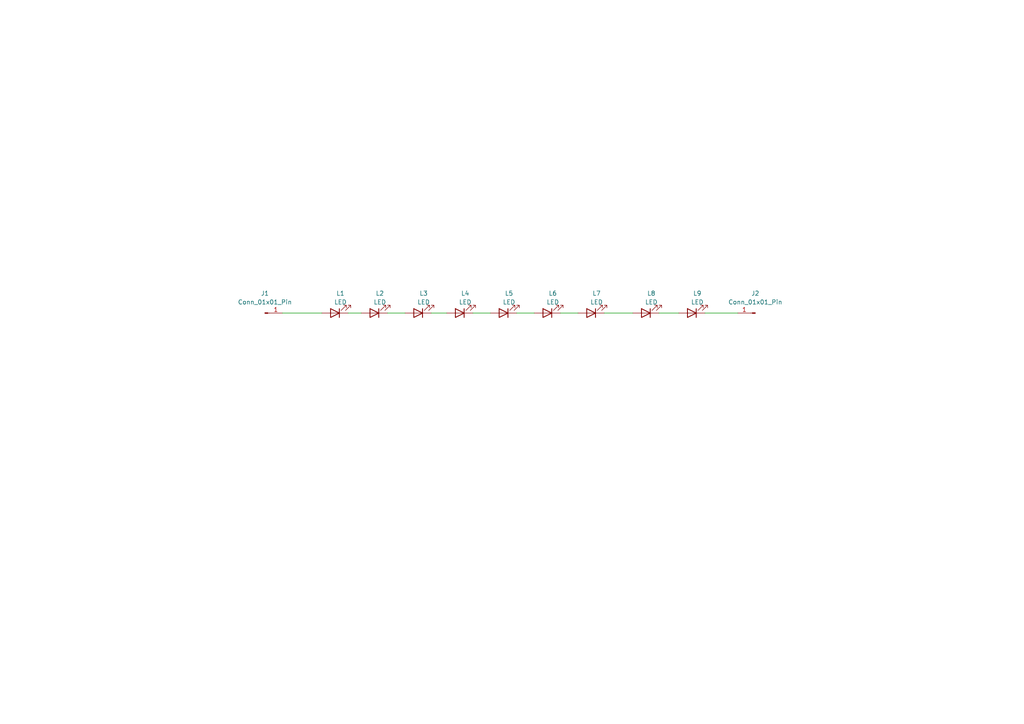
<source format=kicad_sch>
(kicad_sch (version 20230121) (generator eeschema)
  (paper "A4")
  (lib_symbols
    (symbol "Connector:Conn_01x01_Pin" (pin_names (offset 1.016) hide)
      (property "Reference" "J" (at 0 2.54 0))
      (property "Value" "Conn_01x01_Pin" (at 0 -2.54 0))
      (symbol "Conn_01x01_Pin_1_1"
        (polyline (pts (xy 1.27 0) (xy 0.8636 0)) (stroke (width 0.1524)))
        (rectangle (start 0.8636 0.127) (end 0 -0.127) (stroke (width 0.1524)) (fill (type outline)))
        (pin passive line (at 5.08 0 180) (length 3.81) (name "Pin_1") (number "1"))
      )
    )
    (symbol "Device:LED" (pin_numbers hide) (pin_names (offset 1.016) hide)
      (property "Reference" "D" (at 0 2.54 0))
      (property "Value" "LED" (at 0 -2.54 0))
      (symbol "LED_0_1"
        (polyline (pts (xy -1.27 -1.27) (xy -1.27 1.27)) (stroke (width 0.254)))
        (polyline (pts (xy -1.27 0) (xy 1.27 0)))
        (polyline (pts (xy 1.27 -1.27) (xy 1.27 1.27) (xy -1.27 0) (xy 1.27 -1.27)) (stroke (width 0.254)))
        (polyline (pts (xy -3.048 -0.762) (xy -4.572 -2.286) (xy -3.81 -2.286) (xy -4.572 -2.286) (xy -4.572 -1.524)))
        (polyline (pts (xy -1.778 -0.762) (xy -3.302 -2.286) (xy -2.54 -2.286) (xy -3.302 -2.286) (xy -3.302 -1.524)))
      )
      (symbol "LED_1_1"
        (pin passive line (at -3.81 0 0) (length 2.54) (name "K") (number "1"))
        (pin passive line (at 3.81 0 180) (length 2.54) (name "A") (number "2"))
      )
    )
  )
  (wire (pts (xy 81.915 90.805) (xy 93.345 90.805)))
  (wire (pts (xy 125.095 90.805) (xy 129.54 90.805)))
  (wire (pts (xy 175.26 90.805) (xy 183.515 90.805)))
  (wire (pts (xy 149.86 90.805) (xy 154.94 90.805)))
  (wire (pts (xy 112.395 90.805) (xy 117.475 90.805)))
  (wire (pts (xy 162.56 90.805) (xy 167.64 90.805)))
  (wire (pts (xy 100.965 90.805) (xy 104.775 90.805)))
  (wire (pts (xy 191.135 90.805) (xy 196.85 90.805)))
  (wire (pts (xy 137.16 90.805) (xy 142.24 90.805)))
  (wire (pts (xy 204.47 90.805) (xy 213.995 90.805)))
  (symbol (lib_id "Device:LED") (at 121.285 90.805 180) (unit 1)
    (property "Reference" "L3" (at 122.8725 85.09 0))
    (property "Value" "LED" (at 122.8725 87.63 0))
    (property "Footprint" "LED_SMD:LED_1210_3225Metric_Pad1.42x2.65mm_HandSolder" (effects hide))
  )
  (symbol (lib_id "Device:LED") (at 158.75 90.805 180) (unit 1)
    (property "Reference" "L6" (at 160.3375 85.09 0))
    (property "Value" "LED" (at 160.3375 87.63 0))
    (property "Footprint" "LED_SMD:LED_1210_3225Metric_Pad1.42x2.65mm_HandSolder" (effects hide))
  )
  (symbol (lib_id "Device:LED") (at 133.35 90.805 180) (unit 1)
    (property "Reference" "L4" (at 134.9375 85.09 0))
    (property "Value" "LED" (at 134.9375 87.63 0))
    (property "Footprint" "LED_SMD:LED_1210_3225Metric_Pad1.42x2.65mm_HandSolder" (effects hide))
  )
  (symbol (lib_id "Device:LED") (at 97.155 90.805 180) (unit 1)
    (property "Reference" "L1" (at 98.7425 85.09 0))
    (property "Value" "LED" (at 98.7425 87.63 0))
    (property "Footprint" "LED_SMD:LED_1210_3225Metric_Pad1.42x2.65mm_HandSolder" (effects hide))
  )
  (symbol (lib_id "Connector:Conn_01x01_Pin") (at 76.835 90.805 0) (unit 1)
    (property "Reference" "J1" (at 76.835 85.09 0))
    (property "Value" "Conn_01x01_Pin" (at 76.835 87.63 0))
    (property "Footprint" "TestPoint:TestPoint_Pad_2.0x2.0mm" (effects hide))
  )
  (symbol (lib_id "Device:LED") (at 146.05 90.805 180) (unit 1)
    (property "Reference" "L5" (at 147.6375 85.09 0))
    (property "Value" "LED" (at 147.6375 87.63 0))
    (property "Footprint" "LED_SMD:LED_1210_3225Metric_Pad1.42x2.65mm_HandSolder" (effects hide))
  )
  (symbol (lib_id "Device:LED") (at 108.585 90.805 180) (unit 1)
    (property "Reference" "L2" (at 110.1725 85.09 0))
    (property "Value" "LED" (at 110.1725 87.63 0))
    (property "Footprint" "LED_SMD:LED_1210_3225Metric_Pad1.42x2.65mm_HandSolder" (effects hide))
  )
  (symbol (lib_id "Device:LED") (at 171.45 90.805 180) (unit 1)
    (property "Reference" "L7" (at 173.0375 85.09 0))
    (property "Value" "LED" (at 173.0375 87.63 0))
    (property "Footprint" "LED_SMD:LED_1210_3225Metric_Pad1.42x2.65mm_HandSolder" (effects hide))
  )
  (symbol (lib_id "Connector:Conn_01x01_Pin") (at 219.075 90.805 180) (unit 1)
    (property "Reference" "J2" (at 219.075 85.09 0))
    (property "Value" "Conn_01x01_Pin" (at 219.075 87.63 0))
    (property "Footprint" "TestPoint:TestPoint_Pad_2.0x2.0mm" (effects hide))
  )
  (symbol (lib_id "Device:LED") (at 200.66 90.805 180) (unit 1)
    (property "Reference" "L9" (at 202.2475 85.09 0))
    (property "Value" "LED" (at 202.2475 87.63 0))
    (property "Footprint" "LED_SMD:LED_1210_3225Metric_Pad1.42x2.65mm_HandSolder" (effects hide))
  )
  (symbol (lib_id "Device:LED") (at 187.325 90.805 180) (unit 1)
    (property "Reference" "L8" (at 188.9125 85.09 0))
    (property "Value" "LED" (at 188.9125 87.63 0))
    (property "Footprint" "LED_SMD:LED_1210_3225Metric_Pad1.42x2.65mm_HandSolder" (effects hide))
  )
)
</source>
